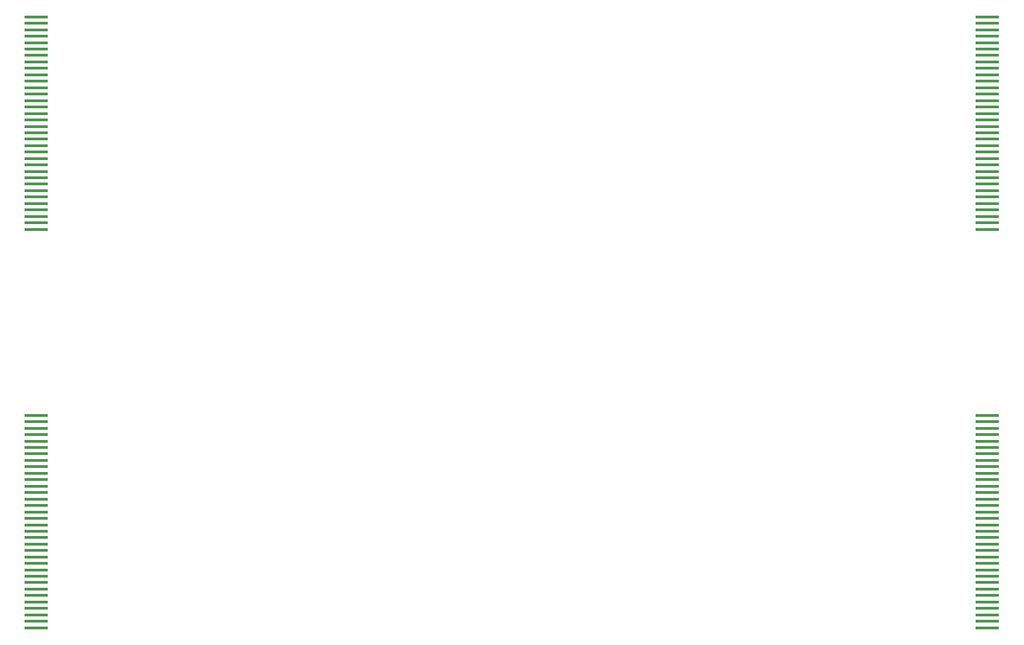
<source format=gtp>
%FSLAX23Y23*%
%MOIN*%
G70*
G01*
G75*
G04 Layer_Color=8421504*
%ADD10R,0.118X0.018*%
%ADD11C,0.010*%
%ADD12C,0.050*%
%ADD13R,0.050X0.050*%
%ADD14C,0.090*%
%ADD15C,0.024*%
%ADD16R,0.118X0.018*%
%ADD17C,0.008*%
D10*
X8005Y9780D02*
D03*
Y9748D02*
D03*
Y9717D02*
D03*
Y9685D02*
D03*
Y9654D02*
D03*
Y9622D02*
D03*
Y9591D02*
D03*
Y9559D02*
D03*
Y9528D02*
D03*
Y9496D02*
D03*
Y9465D02*
D03*
Y9433D02*
D03*
Y9402D02*
D03*
Y9370D02*
D03*
Y9339D02*
D03*
Y9307D02*
D03*
Y9276D02*
D03*
Y9244D02*
D03*
Y9213D02*
D03*
Y9181D02*
D03*
Y9150D02*
D03*
Y9118D02*
D03*
Y9087D02*
D03*
Y9055D02*
D03*
Y9024D02*
D03*
Y8992D02*
D03*
Y8961D02*
D03*
Y8929D02*
D03*
Y8898D02*
D03*
Y8866D02*
D03*
Y8835D02*
D03*
Y8803D02*
D03*
Y8772D02*
D03*
Y8740D02*
D03*
X12655Y9780D02*
D03*
Y9748D02*
D03*
Y9717D02*
D03*
Y9685D02*
D03*
Y9654D02*
D03*
Y9622D02*
D03*
Y9591D02*
D03*
Y9559D02*
D03*
Y9528D02*
D03*
Y9496D02*
D03*
Y9465D02*
D03*
Y9433D02*
D03*
Y9402D02*
D03*
Y9370D02*
D03*
Y9339D02*
D03*
Y9307D02*
D03*
Y9276D02*
D03*
Y9244D02*
D03*
Y9213D02*
D03*
Y9181D02*
D03*
Y9150D02*
D03*
Y9118D02*
D03*
Y9087D02*
D03*
Y9055D02*
D03*
Y9024D02*
D03*
Y8992D02*
D03*
Y8961D02*
D03*
Y8929D02*
D03*
Y8898D02*
D03*
Y8866D02*
D03*
Y8835D02*
D03*
Y8803D02*
D03*
Y8772D02*
D03*
Y8740D02*
D03*
X8005Y11730D02*
D03*
Y11698D02*
D03*
Y11667D02*
D03*
Y11635D02*
D03*
Y11604D02*
D03*
Y11572D02*
D03*
Y11541D02*
D03*
Y11509D02*
D03*
Y11478D02*
D03*
Y11446D02*
D03*
Y11415D02*
D03*
Y11383D02*
D03*
Y11352D02*
D03*
Y11320D02*
D03*
Y11289D02*
D03*
Y11257D02*
D03*
Y11226D02*
D03*
Y11194D02*
D03*
Y11163D02*
D03*
Y11131D02*
D03*
Y11100D02*
D03*
Y11068D02*
D03*
Y11037D02*
D03*
Y11005D02*
D03*
Y10974D02*
D03*
Y10942D02*
D03*
Y10911D02*
D03*
Y10879D02*
D03*
Y10848D02*
D03*
Y10816D02*
D03*
Y10785D02*
D03*
Y10753D02*
D03*
Y10722D02*
D03*
Y10690D02*
D03*
X12655Y11730D02*
D03*
Y11698D02*
D03*
Y11667D02*
D03*
Y11635D02*
D03*
Y11604D02*
D03*
Y11572D02*
D03*
Y11541D02*
D03*
Y11509D02*
D03*
Y11478D02*
D03*
Y11446D02*
D03*
Y11415D02*
D03*
Y11383D02*
D03*
Y11352D02*
D03*
Y11320D02*
D03*
Y11289D02*
D03*
Y11257D02*
D03*
Y11226D02*
D03*
Y11194D02*
D03*
Y11163D02*
D03*
Y11131D02*
D03*
Y11100D02*
D03*
Y11068D02*
D03*
Y11037D02*
D03*
Y11005D02*
D03*
Y10974D02*
D03*
Y10942D02*
D03*
Y10911D02*
D03*
Y10879D02*
D03*
Y10848D02*
D03*
Y10816D02*
D03*
Y10785D02*
D03*
Y10753D02*
D03*
Y10722D02*
D03*
Y10690D02*
D03*
M02*

</source>
